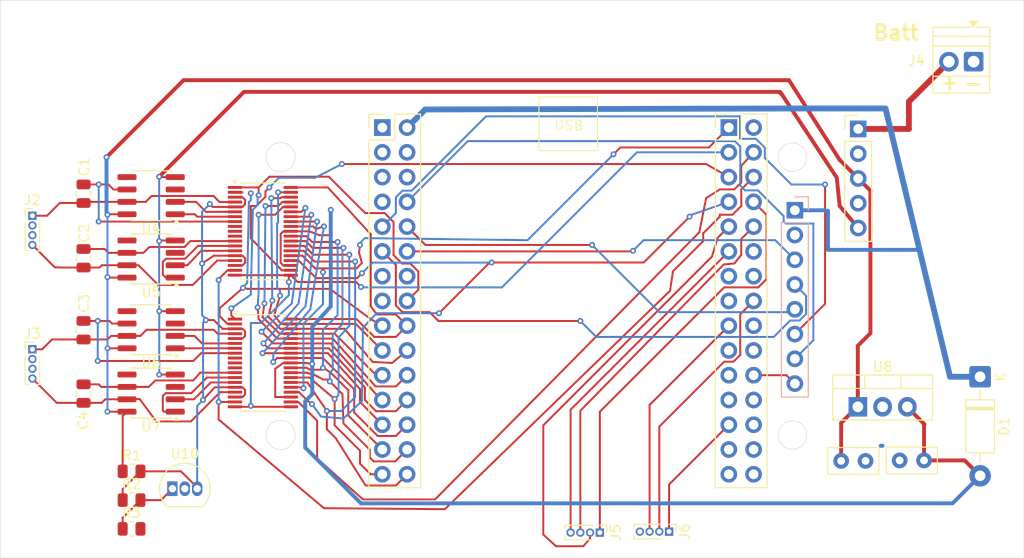
<source format=kicad_pcb>
(kicad_pcb (version 20241229) (generator "pcbnew") (generator_version "9.0")
  (layers (0 "F.Cu" signal) (2 "B.Cu" signal) (13 "F.Paste" user) (15 "B.Paste" user) (5 "F.SilkS" user "F.Silkscreen") (7 "B.SilkS" user "B.Silkscreen") (1 "F.Mask" user) (3 "B.Mask" user) (25 "Edge.Cuts" user))
  (net 0 "")
  (net 1 "GND")
  (net 2 "/SDA")
  (net 3 "/~{CS}")
  (net 4 "/RST")
  (net 5 "/SCK")
  (net 6 "/REG")
  (net 7 "/LED")
  (net 8 "/D8")
  (net 9 "/Ch3")
  (net 10 "/D13")
  (net 11 "/D14")
  (net 12 "Net-(U2-I_{OUT}A)")
  (net 13 "/D6")
  (net 14 "/D9")
  (net 15 "/D3")
  (net 16 "/D0")
  (net 17 "/D4")
  (net 18 "/U1")
  (net 19 "/Ch4")
  (net 20 "Net-(U2-I_{OUT}B)")
  (net 21 "/D2")
  (net 22 "/D11")
  (net 23 "/~{WR}")
  (net 24 "/A0")
  (net 25 "Net-(U1-I_{OUT}A)")
  (net 26 "/~{RS}")
  (net 27 "/Ch1")
  (net 28 "/Ch2")
  (net 29 "/D5")
  (net 30 "Net-(U1-I_{OUT}B)")
  (net 31 "Vref")
  (net 32 "/D12")
  (net 33 "Net-(U1-R_{COM}A)")
  (net 34 "Net-(U1-V_{REF}A)")
  (net 35 "Net-(U1-V_{REF}B)")
  (net 36 "Net-(U1-R_{COM}B)")
  (net 37 "/D15")
  (net 38 "/D10")
  (net 39 "/D7")
  (net 40 "/D1")
  (net 41 "Net-(U2-V_{REF}A)")
  (net 42 "Net-(U2-V_{REF}B)")
  (net 43 "Net-(U2-R_{COM}B)")
  (net 44 "Net-(U2-R_{COM}A)")
  (net 45 "-12V")
  (net 46 "+12V")
  (net 47 "+5V")
  (net 48 "/U2")
  (net 49 "/Btn3")
  (net 50 "/Btn2")
  (net 58 "/Btn1")
  (net 62 "/Btn4")
  (net 63 "/Pot1")
  (net 64 "/Pot2")
  (net 65 "+3.3V")
  (net 74 "+BATT")
  (net 76 "Net-(U10-REF)")
  (net 77 "/Vsys")
  (footprint "Connector_PinHeader_1.00mm:PinHeader_1x04_P1.00mm_Vertical" (layer "F.Cu") (at 144 124.4 -90)
    (property "Reference" "J5")
    (property "Value" "Conn_01x04_Pin" (hide yes))
  )
  (footprint "Package_SO:SOIC-8_3.9x4.9mm_P1.27mm" (layer "F.Cu") (at 97.975 103.595 180)
    (property "Reference" "U6")
    (property "Value" "OPA2277")
  )
  (footprint "Package_SO:TSSOP-38_4.4x9.7mm_P0.5mm" (layer "F.Cu") (at 109.4375 93.5)
    (property "Reference" "U2" (hide yes))
    (property "Value" "8BVG4" (hide yes))
  )
  (footprint "Capacitor_SMD:C_0805_2012Metric" (layer "F.Cu") (at 91.045 110.145 -90)
    (property "Reference" "C4")
    (property "Value" "10pf")
  )
  (footprint "Package_SO:SOIC-8_3.9x4.9mm_P1.27mm" (layer "F.Cu") (at 97.975 89.845 180)
    (property "Reference" "U4")
    (property "Value" "OPA2277")
  )
  (footprint "Package_TO_SOT_THT:TO-92_Inline" (layer "F.Cu") (at 100.16 119.9)
    (property "Reference" "U10")
    (property "Value" "TL431LP")
  )
  (footprint "Capacitor_SMD:C_0805_2012Metric" (layer "F.Cu") (at 91.045 103.645 -90)
    (property "Reference" "C3")
    (property "Value" "10pf")
  )
  (footprint "Diode_THT:D_DO-41_SOD81_P10.16mm_Horizontal" (layer "F.Cu") (at 183 108.42 -90)
    (property "Reference" "D1")
    (property "Value" "1N4001")
  )
  (footprint "Package_TO_SOT_THT:TO-220-3_Vertical" (layer "F.Cu") (at 170.46 111.5)
    (property "Reference" "U8")
    (property "Value" "LM7805")
  )
  (footprint "Package_SO:SOIC-8_3.9x4.9mm_P1.27mm" (layer "F.Cu") (at 97.975 110.095 180)
    (property "Reference" "U7")
    (property "Value" "OPA2277")
  )
  (footprint "Marc:+12-12PSU" (layer "F.Cu") (at 176.73 93.08 -90)
    (property "Reference" "U9" (hide yes))
    (property "Value" "Dual PSU")
  )
  (footprint "Resistor_SMD:R_0805_2012Metric" (layer "F.Cu") (at 95.97 124.02)
    (property "Reference" "R3")
    (property "Value" "1k")
  )
  (footprint "Capacitor_THT:C_Disc_D5.0mm_W2.5mm_P2.50mm" (layer "F.Cu") (at 168.75 117.05)
    (property "Reference" "C6" (hide yes))
    (property "Value" "0.47uF")
  )
  (footprint "TerminalBlock:TerminalBlock_Xinya_XY308-2.54-2P_1x02_P2.54mm_Horizontal" (layer "F.Cu") (at 182.34 76.1 180)
    (property "Reference" "J4")
    (property "Value" "Screw_Terminal_01x02" (hide yes))
  )
  (footprint "Marc:Rp2350b-WeAct" (layer "F.Cu") (at 140.752184 100.728885)
    (property "Reference" "U3" (hide yes))
    (property "Value" "RP2350B-WeAct")
  )
  (footprint "Connector_PinHeader_1.00mm:PinHeader_1x04_P1.00mm_Vertical" (layer "F.Cu") (at 85.8 105.6)
    (property "Reference" "J3")
    (property "Value" "Conn_01x04_Pin" (hide yes))
  )
  (footprint "Connector_PinHeader_1.00mm:PinHeader_1x04_P1.00mm_Vertical" (layer "F.Cu") (at 151.1 124.3 -90)
    (property "Reference" "J6")
    (property "Value" "Conn_01x04_Pin" (hide yes))
  )
  (footprint "Capacitor_THT:C_Disc_D5.0mm_W2.5mm_P2.50mm" (layer "F.Cu") (at 174.75 117)
    (property "Reference" "C5" (hide yes))
    (property "Value" "0.1uF")
  )
  (footprint "Package_SO:SOIC-8_3.9x4.9mm_P1.27mm" (layer "F.Cu") (at 97.975 96.345 180)
    (property "Reference" "U5")
    (property "Value" "OPA2277")
  )
  (footprint "Resistor_SMD:R_0805_2012Metric" (layer "F.Cu") (at 95.97 121.07)
    (property "Reference" "R2")
    (property "Value" "3k")
  )
  (footprint "Capacitor_SMD:C_0805_2012Metric" (layer "F.Cu") (at 91.045 89.645 -90)
    (property "Reference" "C1")
    (property "Value" "10pf")
  )
  (footprint "Resistor_SMD:R_0805_2012Metric" (layer "F.Cu") (at 95.97 118.12)
    (property "Reference" "R1")
    (property "Value" "100")
  )
  (footprint "Package_SO:TSSOP-38_4.4x9.7mm_P0.5mm" (layer "F.Cu") (at 109.4375 107)
    (property "Reference" "U1" (hide yes))
    (property "Value" "8BVG4" (hide yes))
  )
  (footprint "Capacitor_SMD:C_0805_2012Metric" (layer "F.Cu") (at 91.045 96.265 -90)
    (property "Reference" "C2")
    (property "Value" "10pf")
  )
  (footprint "Connector_PinHeader_1.00mm:PinHeader_1x04_P1.00mm_Vertical" (layer "F.Cu") (at 85.8 91.9)
    (property "Reference" "J2")
    (property "Value" "Conn_01x04_Pin" (hide yes))
  )
  (footprint "Marc:ST7735" (layer "B.Cu") (at 137 100.89 180)
    (property "Reference" "J1" (hide yes))
    (property "Value" "TFT ST7735")
    (fp_circle (center 25.75 15) (end 27.25 15) (stroke (width 0.05)) (fill no) (layer "Edge.Cuts"))
    (fp_circle (center 25.75 -13.5) (end 27.25 -13.5) (stroke (width 0.05)) (fill no) (layer "Edge.Cuts"))
    (fp_circle (center -26.75 15) (end -25.5 14.25) (stroke (width 0.05)) (fill no) (layer "Edge.Cuts"))
    (fp_circle (center -26.75 -13.5) (end -25.5 -14.25) (stroke (width 0.05)) (fill no) (layer "Edge.Cuts"))
  )
  (gr_rect (start 82.5 69.8) (end 187.5 127) (stroke (width 0.05)) (fill no) (layer "Edge.Cuts"))
  (gr_text "Batt" (at 171.9 74 0) (layer "F.SilkS") (effects (font (size 1.5 1.5) (thickness 0.3) (bold yes)) (justify left bottom)))
  (gr_text "-" (at 183.4 79.2 0) (layer "F.SilkS") (effects (font (size 1.5 1.5) (thickness 0.3) (bold yes)) (justify left bottom mirror)))
  (gr_text "+" (at 181 79.1 0) (layer "F.SilkS") (effects (font (size 1.5 1.5) (thickness 0.3) (bold yes)) (justify left bottom mirror)))
  (segment (start 173 115.5) (end 172.8 115.5) (width 0.4) (layer "B.Cu") (net 1))
  (segment (start 174.7 117.05) (end 174.75 117) (width 0.4) (layer "B.Cu") (net 1))
  (segment (start 167.1 88.7) (end 167.1 100.94) (width 0.2) (layer "F.Cu") (net 2))
  (segment (start 167.1 100.94) (end 164 104.04) (width 0.2) (layer "F.Cu") (net 2))
  (via (at 167.1 88.7) (size 0.6) (drill 0.3) (layers "F.Cu" "B.Cu") (net 2))
  (segment (start 160.921 85.972494) (end 163.648506 88.7) (width 0.2) (layer "B.Cu") (net 2))
  (segment (start 158.381 81.709) (end 158.381 84.011) (width 0.2) (layer "B.Cu") (net 2))
  (segment (start 123.079 90.00324) (end 123.75324 89.329) (width 0.2) (layer "B.Cu") (net 2))
  (segment (start 160.921 84.92324) (end 160.921 85.972494) (width 0.2) (layer "B.Cu") (net 2))
  (segment (start 123.75324 89.329) (end 124.70676 89.329) (width 0.2) (layer "B.Cu") (net 2))
  (segment (start 123.079 91.631) (end 123.079 90.00324) (width 0.2) (layer "B.Cu") (net 2))
  (segment (start 132.32676 81.709) (end 158.381 81.709) (width 0.2) (layer "B.Cu") (net 2))
  (segment (start 163.648506 88.7) (end 167.1 88.7) (width 0.2) (layer "B.Cu") (net 2))
  (segment (start 160.00876 84.011) (end 160.921 84.92324) (width 0.2) (layer "B.Cu") (net 2))
  (segment (start 121.69 93.02) (end 123.079 91.631) (width 0.2) (layer "B.Cu") (net 2))
  (segment (start 124.70676 89.329) (end 132.32676 81.709) (width 0.2) (layer "B.Cu") (net 2))
  (segment (start 158.381 84.011) (end 160.00876 84.011) (width 0.2) (layer "B.Cu") (net 2))
  (segment (start 147.34 95.56) (end 147.4 95.5) (width 0.2) (layer "F.Cu") (net 3))
  (segment (start 124.23 95.56) (end 147.34 95.56) (width 0.2) (layer "F.Cu") (net 3))
  (via (at 147.4 95.5) (size 0.6) (drill 0.3) (layers "F.Cu" "B.Cu") (net 3))
  (segment (start 148.491 94.409) (end 161.989 94.409) (width 0.2) (layer "B.Cu") (net 3))
  (segment (start 161.989 94.409) (end 164 96.42) (width 0.2) (layer "B.Cu") (net 3))
  (segment (start 147.4 95.5) (end 148.491 94.409) (width 0.2) (layer "B.Cu") (net 3))
  (segment (start 121.69 95.56) (end 123.079 96.949) (width 0.2) (layer "F.Cu") (net 4))
  (segment (start 123.75324 101.791) (end 126.541057 101.791) (width 0.2) (layer "F.Cu") (net 4))
  (segment (start 123.079 101.11676) (end 123.75324 101.791) (width 0.2) (layer "F.Cu") (net 4))
  (segment (start 126.541057 101.791) (end 127.450057 102.7) (width 0.2) (layer "F.Cu") (net 4))
  (segment (start 127.450057 102.7) (end 142 102.7) (width 0.2) (layer "F.Cu") (net 4))
  (segment (start 123.079 96.949) (end 123.079 101.11676) (width 0.2) (layer "F.Cu") (net 4))
  (via (at 142 102.7) (size 0.6) (drill 0.3) (layers "F.Cu" "B.Cu") (net 4))
  (segment (start 165.151 101.97676) (end 165.151 100.111) (width 0.2) (layer "B.Cu") (net 4))
  (segment (start 164.47676 102.651) (end 165.151 101.97676) (width 0.2) (layer "B.Cu") (net 4))
  (segment (start 161.84324 104.331) (end 163.52324 102.651) (width 0.2) (layer "B.Cu") (net 4))
  (segment (start 142 102.7) (end 143.631 104.331) (width 0.2) (layer "B.Cu") (net 4))
  (segment (start 163.52324 102.651) (end 164.47676 102.651) (width 0.2) (layer "B.Cu") (net 4))
  (segment (start 165.151 100.111) (end 164 98.96) (width 0.2) (layer "B.Cu") (net 4))
  (segment (start 143.631 104.331) (end 161.84324 104.331) (width 0.2) (layer "B.Cu") (net 4))
  (segment (start 165.9 104.68) (end 164 106.58) (width 0.2) (layer "B.Cu") (net 5))
  (segment (start 163.058 92.7) (end 165.9 92.7) (width 0.2) (layer "B.Cu") (net 5))
  (segment (start 158.4 84.8) (end 158.4 88.8) (width 0.2) (layer "B.Cu") (net 5))
  (segment (start 124.23 90.48) (end 130.461 84.249) (width 0.2) (layer "B.Cu") (net 5))
  (segment (start 160.21776 89.3) (end 162.849 91.93124) (width 0.2) (layer "B.Cu") (net 5))
  (segment (start 130.461 84.249) (end 157.849 84.249) (width 0.2) (layer "B.Cu") (net 5))
  (segment (start 157.849 84.249) (end 158.4 84.8) (width 0.2) (layer "B.Cu") (net 5))
  (segment (start 158.9 89.3) (end 160.21776 89.3) (width 0.2) (layer "B.Cu") (net 5))
  (segment (start 162.849 91.93124) (end 162.849 92.491) (width 0.2) (layer "B.Cu") (net 5))
  (segment (start 158.4 88.8) (end 158.9 89.3) (width 0.2) (layer "B.Cu") (net 5))
  (segment (start 165.9 92.7) (end 165.9 104.68) (width 0.2) (layer "B.Cu") (net 5))
  (segment (start 162.849 92.491) (end 163.058 92.7) (width 0.2) (layer "B.Cu") (net 5))
  (segment (start 143.2 94.9) (end 126.11 94.9) (width 0.2) (layer "F.Cu") (net 6))
  (segment (start 126.11 94.9) (end 124.23 93.02) (width 0.2) (layer "F.Cu") (net 6))
  (via (at 143.2 94.9) (size 0.6) (drill 0.3) (layers "F.Cu" "B.Cu") (net 6))
  (segment (start 143.2 94.9) (end 150.091 101.791) (width 0.2) (layer "B.Cu") (net 6))
  (segment (start 150.091 101.791) (end 163.709 101.791) (width 0.2) (layer "B.Cu") (net 6))
  (segment (start 163.709 101.791) (end 164 101.5) (width 0.2) (layer "B.Cu") (net 6))
  (segment (start 164 109.12) (end 163.14 108.26) (width 0.2) (layer "F.Cu") (net 7))
  (segment (start 163.14 108.26) (end 159.77 108.26) (width 0.2) (layer "F.Cu") (net 7))
  (segment (start 112.3 105.5) (end 116.2 105.5) (width 0.2) (layer "F.Cu") (net 8))
  (segment (start 124.23 110.8) (end 123.079 111.951) (width 0.2) (layer "F.Cu") (net 8))
  (segment (start 114.4 91.8) (end 114.2 92) (width 0.2) (layer "F.Cu") (net 8))
  (segment (start 121.051 111.951) (end 119.9 110.8) (width 0.2) (layer "F.Cu") (net 8))
  (segment (start 119.9 110.8) (end 119.9 109.528051) (width 0.2) (layer "F.Cu") (net 8))
  (segment (start 123.079 111.951) (end 121.051 111.951) (width 0.2) (layer "F.Cu") (net 8))
  (segment (start 119.698144 109.301655) (end 116.2 105.5) (width 0.2) (layer "F.Cu") (net 8))
  (segment (start 119.9 109.528051) (end 119.698144 109.301655) (width 0.2) (layer "F.Cu") (net 8))
  (segment (start 112.3 105.5) (end 110 105.5) (width 0.2) (layer "F.Cu") (net 8))
  (segment (start 114.2 92) (end 112.3 92) (width 0.2) (layer "F.Cu") (net 8))
  (segment (start 110 105.5) (end 109.5 105) (width 0.2) (layer "F.Cu") (net 8))
  (via (at 114.4 91.8) (size 0.6) (drill 0.3) (layers "F.Cu" "B.Cu") (net 8))
  (via (at 109.5 105) (size 0.6) (drill 0.3) (layers "F.Cu" "B.Cu") (net 8))
  (segment (start 113.1 100.9) (end 109.5 105) (width 0.2) (layer "B.Cu") (net 8))
  (segment (start 114.4 91.8) (end 113.1 100.9) (width 0.2) (layer "B.Cu") (net 8))
  (segment (start 91.16 90.48) (end 91.045 90.595) (width 0.2) (layer "F.Cu") (net 9))
  (segment (start 95.5 90.48) (end 91.16 90.48) (width 0.2) (layer "F.Cu") (net 9))
  (segment (start 87.3 91.9) (end 88.605 90.595) (width 0.2) (layer "F.Cu") (net 9))
  (segment (start 85.8 91.9) (end 87.3 91.9) (width 0.2) (layer "F.Cu") (net 9))
  (segment (start 88.605 90.595) (end 91.045 90.595) (width 0.2) (layer "F.Cu") (net 9))
  (segment (start 105 90.5) (end 106.575 90.5) (width 0.2) (layer "F.Cu") (net 9))
  (segment (start 104.379 89.879) (end 105 90.5) (width 0.2) (layer "F.Cu") (net 9))
  (segment (start 98.021 89.879) (end 104.379 89.879) (width 0.2) (layer "F.Cu") (net 9))
  (segment (start 97.42 90.48) (end 98.021 89.879) (width 0.2) (layer "F.Cu") (net 9))
  (segment (start 95.5 90.48) (end 97.42 90.48) (width 0.2) (layer "F.Cu") (net 9))
  (segment (start 119.4 116) (end 116.8 113.4) (width 0.2) (layer "F.Cu") (net 10))
  (segment (start 121.69 118.42) (end 120.487919 118.42) (width 0.2) (layer "F.Cu") (net 10))
  (segment (start 119.4 117.332081) (end 119.4 116) (width 0.2) (layer "F.Cu") (net 10))
  (segment (start 113.7 95) (end 112.3 95) (width 0.2) (layer "F.Cu") (net 10))
  (segment (start 114.6 95.9) (end 113.7 95) (width 0.2) (layer "F.Cu") (net 10))
  (segment (start 118.5 95.9) (end 114.6 95.9) (width 0.2) (layer "F.Cu") (net 10))
  (segment (start 120.487919 118.42) (end 119.4 117.332081) (width 0.2) (layer "F.Cu") (net 10))
  (segment (start 114.2 108.5) (end 112.3 108.5) (width 0.2) (layer "F.Cu") (net 10))
  (segment (start 116.8 110.7) (end 114.2 108.5) (width 0.2) (layer "F.Cu") (net 10))
  (segment (start 116.8 113.4) (end 116.8 110.7) (width 0.2) (layer "F.Cu") (net 10))
  (via (at 116.8 110.7) (size 0.6) (drill 0.3) (layers "F.Cu" "B.Cu") (net 10))
  (via (at 118.3 95.9) (size 0.6) (drill 0.3) (layers "F.Cu" "B.Cu") (net 10))
  (segment (start 118.3 103.2) (end 117.2 104.4) (width 0.2) (layer "B.Cu") (net 10))
  (segment (start 118.3 95.9) (end 118.3 103.2) (width 0.2) (layer "B.Cu") (net 10))
  (segment (start 117.2 104.4) (end 117.2 110.3) (width 0.2) (layer "B.Cu") (net 10))
  (segment (start 117.2 110.3) (end 116.8 110.7) (width 0.2) (layer "B.Cu") (net 10))
  (segment (start 113.6329 95.5) (end 114.7329 96.6) (width 0.2) (layer "F.Cu") (net 11))
  (segment (start 116.9 114.7) (end 116 113.8) (width 0.2) (layer "F.Cu") (net 11))
  (segment (start 116 111.928676) (end 114 109) (width 0.2) (layer "F.Cu") (net 11))
  (segment (start 119.971 119.571) (end 123.079 119.571) (width 0.2) (layer "F.Cu") (net 11))
  (segment (start 114 109) (end 112.3 109) (width 0.2) (layer "F.Cu") (net 11))
  (segment (start 114.7329 96.6) (end 119.1 96.6) (width 0.2) (layer "F.Cu") (net 11))
  (segment (start 116.9 114.7) (end 119.971 119.571) (width 0.2) (layer "F.Cu") (net 11))
  (segment (start 112.3 95.5) (end 113.6329 95.5) (width 0.2) (layer "F.Cu") (net 11))
  (segment (start 123.079 119.571) (end 124.23 118.42) (width 0.2) (layer "F.Cu") (net 11))
  (segment (start 116 113.8) (end 116 111.928676) (width 0.2) (layer "F.Cu") (net 11))
  (via (at 116 111.928676) (size 0.6) (drill 0.3) (layers "F.Cu" "B.Cu") (net 11))
  (via (at 118.9 96.6) (size 0.6) (drill 0.3) (layers "F.Cu" "B.Cu") (net 11))
  (segment (start 117.471324 111.928676) (end 116 111.928676) (width 0.2) (layer "B.Cu") (net 11))
  (segment (start 118.9 110.5) (end 118.9 96.6) (width 0.2) (layer "B.Cu") (net 11))
  (segment (start 118.9 110.5) (end 117.471324 111.928676) (width 0.2) (layer "B.Cu") (net 11))
  (segment (start 106.575 92.5) (end 92.6 92.5) (width 0.2) (layer "F.Cu") (net 12))
  (segment (start 94.11 89.21) (end 93.595 88.695) (width 0.2) (layer "F.Cu") (net 12))
  (segment (start 93.595 88.695) (end 92.6 88.695) (width 0.2) (layer "F.Cu") (net 12))
  (segment (start 95.5 89.21) (end 94.11 89.21) (width 0.2) (layer "F.Cu") (net 12))
  (segment (start 92.6 88.695) (end 91.045 88.695) (width 0.2) (layer "F.Cu") (net 12))
  (via (at 92.6 88.695) (size 0.6) (drill 0.3) (layers "F.Cu" "B.Cu") (net 12))
  (via (at 92.6 92.5) (size 0.6) (drill 0.3) (layers "F.Cu" "B.Cu") (net 12))
  (segment (start 92.6 92.5) (end 92.6 88.695) (width 0.2) (layer "B.Cu") (net 12))
  (segment (start 109 91.8) (end 110.7 91.8) (width 0.2) (layer "F.Cu") (net 13))
  (segment (start 109 102.5) (end 110.9 104.5) (width 0.2) (layer "F.Cu") (net 13))
  (segment (start 108.9 101.3) (end 109 102.5) (width 0.2) (layer "F.Cu") (net 13))
  (segment (start 110.7 91.8) (end 111.5 91) (width 0.2) (layer "F.Cu") (net 13))
  (segment (start 111.5 91) (end 112.3 91) (width 0.2) (layer "F.Cu") (net 13))
  (segment (start 116.6 104.5) (end 112.3 104.5) (width 0.2) (layer "F.Cu") (net 13))
  (segment (start 110.9 104.5) (end 112.3 104.5) (width 0.2) (layer "F.Cu") (net 13))
  (segment (start 123.079 109.411) (end 121 109.411) (width 0.2) (layer "F.Cu") (net 13))
  (segment (start 124.23 108.26) (end 123.079 109.411) (width 0.2) (layer "F.Cu") (net 13))
  (segment (start 121 109.411) (end 116.6 104.5) (width 0.2) (layer "F.Cu") (net 13))
  (via (at 109 91.8) (size 0.6) (drill 0.3) (layers "F.Cu" "B.Cu") (net 13))
  (via (at 108.9 101.3) (size 0.6) (drill 0.3) (layers "F.Cu" "B.Cu") (net 13))
  (segment (start 108.9 101.3) (end 109 99.8) (width 0.2) (layer "B.Cu") (net 13))
  (segment (start 109 99.8) (end 109 91.8) (width 0.2) (layer "B.Cu") (net 13))
  (segment (start 119.4 109.7) (end 116.1 106) (width 0.2) (layer "F.Cu") (net 14))
  (segment (start 112.302 92.502) (end 112.3 92.5) (width 0.2) (layer "F.Cu") (net 14))
  (segment (start 119.4 111) (end 119.4 109.7) (width 0.2) (layer "F.Cu") (net 14))
  (segment (start 116.1 106) (end 112.3 106) (width 0.2) (layer "F.Cu") (net 14))
  (segment (start 115 92.502) (end 112.302 92.502) (width 0.2) (layer "F.Cu") (net 14))
  (segment (start 121.69 113.34) (end 119.4 111) (width 0.2) (layer "F.Cu") (net 14))
  (segment (start 109.4 106) (end 112.3 106) (width 0.2) (layer "F.Cu") (net 14))
  (via (at 115 92.502) (size 0.6) (drill 0.3) (layers "F.Cu" "B.Cu") (net 14))
  (via (at 109.4 106) (size 0.6) (drill 0.3) (layers "F.Cu" "B.Cu") (net 14))
  (segment (start 113.8 101.2) (end 109.4 106) (width 0.2) (layer "B.Cu") (net 14))
  (segment (start 115 92.502) (end 113.8 101.2) (width 0.2) (layer "B.Cu") (net 14))
  (segment (start 121.6858 105.72) (end 121.69 105.72) (width 0.2) (layer "F.Cu") (net 15))
  (segment (start 118.9658 103) (end 121.6858 105.72) (width 0.2) (layer "F.Cu") (net 15))
  (segment (start 112.3 89.5) (end 111 89.5) (width 0.2) (layer "F.Cu") (net 15))
  (segment (start 112.3 103) (end 118.9658 103) (width 0.2) (layer "F.Cu") (net 15))
  (segment (start 111.2 100.1) (end 110.6 102.1) (width 0.2) (layer "F.Cu") (net 15))
  (segment (start 111.3 103) (end 112.3 103) (width 0.2) (layer "F.Cu") (net 15))
  (segment (start 110.6 102.1) (end 111.3 103) (width 0.2) (layer "F.Cu") (net 15))
  (via (at 111 89.5) (size 0.6) (drill 0.3) (layers "F.Cu" "B.Cu") (net 15))
  (via (at 111.2 100.1) (size 0.6) (drill 0.3) (layers "F.Cu" "B.Cu") (net 15))
  (segment (start 111 92.6) (end 111 89.5) (width 0.2) (layer "B.Cu") (net 15))
  (segment (start 111.2 99.6) (end 110.9 99.3) (width 0.2) (layer "B.Cu") (net 15))
  (segment (start 110.9 92.7) (end 111 92.6) (width 0.2) (layer "B.Cu") (net 15))
  (segment (start 110.9 99.3) (end 110.9 92.7) (width 0.2) (layer "B.Cu") (net 15))
  (segment (start 111.2 100.1) (end 111.2 99.6) (width 0.2) (layer "B.Cu") (net 15))
  (segment (start 122.841 95.941) (end 123.7 96.8) (width 0.2) (layer "F.Cu") (net 16))
  (segment (start 125.381 99.489) (end 124.23 100.64) (width 0.2) (layer "F.Cu") (net 16))
  (segment (start 108.6 89) (end 106.575 89) (width 0.2) (layer "F.Cu") (net 16))
  (segment (start 108.6 89) (end 109 89) (width 0.2) (layer "F.Cu") (net 16))
  (segment (start 106.575 102.5) (end 106.2 102.125) (width 0.2) (layer "F.Cu") (net 16))
  (segment (start 106.2 102.125) (end 106.2 101.4) (width 0.2) (layer "F.Cu") (net 16))
  (segment (start 116.2 87.9) (end 119.931 91.631) (width 0.2) (layer "F.Cu") (net 16))
  (segment (start 119.931 91.631) (end 121.931 91.631) (width 0.2) (layer "F.Cu") (net 16))
  (segment (start 121.931 91.631) (end 122.841 92.541) (width 0.2) (layer "F.Cu") (net 16))
  (segment (start 109 89) (end 109 89.8) (width 0.2) (layer "F.Cu") (net 16))
  (segment (start 122.841 92.541) (end 122.841 95.941) (width 0.2) (layer "F.Cu") (net 16))
  (segment (start 109 89) (end 110.1 87.9) (width 0.2) (layer "F.Cu") (net 16))
  (segment (start 110.1 87.9) (end 116.2 87.9) (width 0.2) (layer "F.Cu") (net 16))
  (segment (start 125.381 97.62324) (end 125.381 99.489) (width 0.2) (layer "F.Cu") (net 16))
  (segment (start 123.7 96.8) (end 124.55776 96.8) (width 0.2) (layer "F.Cu") (net 16))
  (segment (start 124.55776 96.8) (end 125.381 97.62324) (width 0.2) (layer "F.Cu") (net 16))
  (via (at 106.2 101.4) (size 0.6) (drill 0.3) (layers "F.Cu" "B.Cu") (net 16))
  (via (at 109 89.8) (size 0.6) (drill 0.3) (layers "F.Cu" "B.Cu") (net 16))
  (segment (start 108.4 91.7) (end 108.2 100) (width 0.2) (layer "B.Cu") (net 16))
  (segment (start 108.4 91.3) (end 108.9 90.8) (width 0.2) (layer "B.Cu") (net 16))
  (segment (start 108.9 89.9) (end 109 89.8) (width 0.2) (layer "B.Cu") (net 16))
  (segment (start 108.9 90.8) (end 108.9 89.9) (width 0.2) (layer "B.Cu") (net 16))
  (segment (start 108.4 91.7) (end 108.4 91.3) (width 0.2) (layer "B.Cu") (net 16))
  (segment (start 108.2 100) (end 106.2 101.4) (width 0.2) (layer "B.Cu") (net 16))
  (segment (start 110.3 90.1) (end 111.249943 90.1) (width 0.2) (layer "F.Cu") (net 17))
  (segment (start 124.23 105.72) (end 122.7 107) (width 0.2) (layer "F.Cu") (net 17))
  (segment (start 111.349943 90) (end 112.3 90) (width 0.2) (layer "F.Cu") (net 17))
  (segment (start 122.7 107) (end 120.7 106.9) (width 0.2) (layer "F.Cu") (net 17))
  (segment (start 110 102.2671) (end 111.2329 103.5) (width 0.2) (layer "F.Cu") (net 17))
  (segment (start 111.2329 103.5) (end 112.3 103.5) (width 0.2) (layer "F.Cu") (net 17))
  (segment (start 120.7 106.9) (end 117.8 103.5) (width 0.2) (layer "F.Cu") (net 17))
  (segment (start 117.8 103.5) (end 112.3 103.5) (width 0.2) (layer "F.Cu") (net 17))
  (segment (start 111.249943 90.1) (end 111.349943 90) (width 0.2) (layer "F.Cu") (net 17))
  (segment (start 110.4 100.6) (end 110 102.2671) (width 0.2) (layer "F.Cu") (net 17))
  (via (at 110.3 90.1) (size 0.6) (drill 0.3) (layers "F.Cu" "B.Cu") (net 17))
  (via (at 110.4 100.6) (size 0.6) (drill 0.3) (layers "F.Cu" "B.Cu") (net 17))
  (segment (start 110.3 90.1) (end 110.4 100.6) (width 0.2) (layer "B.Cu") (net 17))
  (segment (start 158.5 86.8) (end 159.77 85.4) (width 0.2) (layer "F.Cu") (net 18))
  (segment (start 115 112.928676) (end 115 116.8) (width 0.2) (layer "F.Cu") (net 18))
  (segment (start 158.5 88.5) (end 158.5 86.8) (width 0.2) (layer "F.Cu") (net 18))
  (segment (start 154.2 93.6) (end 154.9 90.1) (width 0.2) (layer "F.Cu") (net 18))
  (segment (start 154.9 90.1) (end 156.3 89.2) (width 0.2) (layer "F.Cu") (net 18))
  (segment (start 115 116.8) (end 119.7 121) (width 0.2) (layer "F.Cu") (net 18))
  (segment (start 156.3 89.2) (end 157.8 89.2) (width 0.2) (layer "F.Cu") (net 18))
  (segment (start 119.7 121) (end 127.1 121) (width 0.2) (layer "F.Cu") (net 18))
  (segment (start 113.071324 111) (end 115 112.928676) (width 0.2) (layer "F.Cu") (net 18))
  (segment (start 112.3 111) (end 113.071324 111) (width 0.2) (layer "F.Cu") (net 18))
  (segment (start 127.1 121) (end 154.2 93.6) (width 0.2) (layer "F.Cu") (net 18))
  (segment (start 157.8 89.2) (end 158.5 88.5) (width 0.2) (layer "F.Cu") (net 18))
  (segment (start 102.249943 99) (end 98.7 99) (width 0.2) (layer "F.Cu") (net 19))
  (segment (start 95.5 96.98) (end 92.92 96.98) (width 0.2) (layer "F.Cu") (net 19))
  (segment (start 106.575 96.5) (end 104.749943 96.5) (width 0.2) (layer "F.Cu") (net 19))
  (segment (start 96.68 96.98) (end 95.5 96.98) (width 0.2) (layer "F.Cu") (net 19))
  (segment (start 85.8 94.9) (end 88.1 97.2) (width 0.2) (layer "F.Cu") (net 19))
  (segment (start 92.685 97.215) (end 91.045 97.215) (width 0.2) (layer "F.Cu") (net 19))
  (segment (start 104.749943 96.5) (end 102.249943 99) (width 0.2) (layer "F.Cu") (net 19))
  (segment (start 92.92 96.98) (end 92.685 97.215) (width 0.2) (layer "F.Cu") (net 19))
  (segment (start 98.7 99) (end 96.68 96.98) (width 0.2) (layer "F.Cu") (net 19))
  (segment (start 88.1 97.2) (end 88.7 97.2) (width 0.2) (layer "F.Cu") (net 19))
  (segment (start 88.715 97.215) (end 91.045 97.215) (width 0.2) (layer "F.Cu") (net 19))
  (segment (start 88.7 97.2) (end 88.715 97.215) (width 0.2) (layer "F.Cu") (net 19))
  (segment (start 93.215 95.315) (end 91.045 95.315) (width 0.2) (layer "F.Cu") (net 20))
  (segment (start 102.006968 94.5) (end 101.397968 95.109) (width 0.2) (layer "F.Cu") (net 20))
  (segment (start 93.61 95.71) (end 93.215 95.315) (width 0.2) (layer "F.Cu") (net 20))
  (segment (start 101.397968 95.109) (end 97.791 95.109) (width 0.2) (layer "F.Cu") (net 20))
  (segment (start 106.575 94.5) (end 102.006968 94.5) (width 0.2) (layer "F.Cu") (net 20))
  (segment (start 97.19 95.71) (end 95.5 95.71) (width 0.2) (layer "F.Cu") (net 20))
  (segment (start 97.791 95.109) (end 97.19 95.71) (width 0.2) (layer "F.Cu") (net 20))
  (segment (start 95.5 95.71) (end 93.61 95.71) (width 0.2) (layer "F.Cu") (net 20))
  (segment (start 116.1 89) (end 120.5 93.8) (width 0.2) (layer "F.Cu") (net 21))
  (segment (start 119.0329 102.5) (end 120.8639 104.331) (width 0.2) (layer "F.Cu") (net 21))
  (segment (start 121.129 102.029) (end 123.079 102.029) (width 0.2) (layer "F.Cu") (net 21))
  (segment (start 120.8639 104.331) (end 123.079 104.331) (width 0.2) (layer "F.Cu") (net 21))
  (segment (start 120.5 101.2) (end 121.129 102.029) (width 0.2) (layer "F.Cu") (net 21))
  (segment (start 123.079 102.029) (end 124.23 103.18) (width 0.2) (layer "F.Cu") (net 21))
  (segment (start 123.079 104.331) (end 124.23 103.18) (width 0.2) (layer "F.Cu") (net 21))
  (segment (start 112.3 102.5) (end 119.0329 102.5) (width 0.2) (layer "F.Cu") (net 21))
  (segment (start 120.5 93.8) (end 120.5 101.2) (width 0.2) (layer "F.Cu") (net 21))
  (segment (start 112.3 89) (end 116.1 89) (width 0.2) (layer "F.Cu") (net 21))
  (segment (start 113.9 94) (end 112.3 94) (width 0.2) (layer "F.Cu") (net 22))
  (segment (start 118.2 109.8) (end 118.2 112.39) (width 0.2) (layer "F.Cu") (net 22))
  (segment (start 115.6 107.5) (end 116.370175 107.970175) (width 0.2) (layer "F.Cu") (net 22))
  (segment (start 115.4 107.7) (end 115.6 107.5) (width 0.2) (layer "F.Cu") (net 22))
  (segment (start 118.2 112.39) (end 121.69 115.88) (width 0.2) (layer "F.Cu") (net 22))
  (segment (start 117.1 94.6) (end 114.5 94.6) (width 0.2) (layer "F.Cu") (net 22))
  (segment (start 114.3 107.7) (end 115.4 107.7) (width 0.2) (layer "F.Cu") (net 22))
  (segment (start 113.916724 107.5) (end 114.3 107.7) (width 0.2) (layer "F.Cu") (net 22))
  (segment (start 116.370175 107.970175) (end 118.2 109.8) (width 0.2) (layer "F.Cu") (net 22))
  (segment (start 112.3 107.5) (end 113.916724 107.5) (width 0.2) (layer "F.Cu") (net 22))
  (segment (start 114.5 94.6) (end 113.9 94) (width 0.2) (layer "F.Cu") (net 22))
  (via (at 117.1 94.6) (size 0.6) (drill 0.3) (layers "F.Cu" "B.Cu") (net 22))
  (via (at 115.6 107.5) (size 0.6) (drill 0.3) (layers "F.Cu" "B.Cu") (net 22))
  (segment (start 117.1 102.1) (end 115.6 103.6) (width 0.2) (layer "B.Cu") (net 22))
  (segment (start 115.6 103.6) (end 115.6 107.5) (width 0.2) (layer "B.Cu") (net 22))
  (segment (start 117.1 94.6) (end 117.1 102.1) (width 0.2) (layer "B.Cu") (net 22))
  (segment (start 104.9 112.8) (end 115.703676 121.9) (width 0.2) (layer "F.Cu") (net 23))
  (segment (start 151.5 97.6) (end 154.6 94.5) (width 0.2) (layer "F.Cu") (net 23))
  (segment (start 154.6 93.7) (end 156.3 92) (width 0.2) (layer "F.Cu") (net 23))
  (segment (start 105.803676 97.5) (end 104.9 98.403676) (width 0.2) (layer "F.Cu") (net 23))
  (segment (start 128.1 122) (end 151.2 99.6) (width 0.2) (layer "F.Cu") (net 23))
  (segment (start 156.3 92) (end 156.3 91.8) (width 0.2) (layer "F.Cu") (net 23))
  (segment (start 154.6 94.5) (end 154.6 93.7) (width 0.2) (layer "F.Cu") (net 23))
  (segment (start 104.9 111) (end 104.9 112.8) (width 0.2) (layer "F.Cu") (net 23))
  (segment (start 104.9 98.403676) (end 104.9 98.5) (width 0.2) (layer "F.Cu") (net 23))
  (segment (start 158.505 89.205) (end 159.77 87.94) (width 0.2) (layer "F.Cu") (net 23))
  (segment (start 115.703676 121.9) (end 128.1 122) (width 0.2) (layer "F.Cu") (net 23))
  (segment (start 106.575 111) (end 104.9 111) (width 0.2) (layer "F.Cu") (net 23))
  (segment (start 151.2 99.6) (end 151.5 97.6) (width 0.2) (layer "F.Cu") (net 23))
  (segment (start 158.505 90.895) (end 158.505 89.205) (width 0.2) (layer "F.Cu") (net 23))
  (segment (start 156.3 91.8) (end 157.6 91.8) (width 0.2) (layer "F.Cu") (net 23))
  (segment (start 157.6 91.8) (end 158.505 90.895) (width 0.2) (layer "F.Cu") (net 23))
  (segment (start 106.575 97.5) (end 105.803676 97.5) (width 0.2) (layer "F.Cu") (net 23))
  (via (at 104.9 111) (size 0.6) (drill 0.3) (layers "F.Cu" "B.Cu") (net 23))
  (via (at 104.9 98.5) (size 0.6) (drill 0.3) (layers "F.Cu" "B.Cu") (net 23))
  (segment (start 104.9 98.5) (end 104.9 111) (width 0.2) (layer "B.Cu") (net 23))
  (segment (start 119.001 98.701) (end 119.5 99.2) (width 0.2) (layer "F.Cu") (net 24))
  (segment (start 106.575 111.5) (end 112.3 111.5) (width 0.2) (layer "F.Cu") (net 24))
  (segment (start 106.575 98) (end 112.3 98) (width 0.2) (layer "F.Cu") (net 24))
  (segment (start 112.3 98) (end 112.1 98.2) (width 0.2) (layer "F.Cu") (net 24))
  (segment (start 112.1 98.2) (end 112.1 98.7) (width 0.2) (layer "F.Cu") (net 24))
  (segment (start 113.001 98.701) (end 119.001 98.701) (width 0.2) (layer "F.Cu") (net 24))
  (segment (start 112.3 98) (end 113.001 98.701) (width 0.2) (layer "F.Cu") (net 24))
  (via (at 112.1 98.7) (size 0.6) (drill 0.3) (layers "F.Cu" "B.Cu") (net 24))
  (via (at 119.5 99.2) (size 0.6) (drill 0.3) (layers "F.Cu" "B.Cu") (net 24))
  (via (at 108.2 111.4) (size 0.6) (drill 0.3) (layers "F.Cu" "B.Cu") (net 24))
  (segment (start 147.8 85.4) (end 157.23 85.4) (width 0.2) (layer "B.Cu") (net 24))
  (segment (start 108.2 102.9) (end 108.2 111.4) (width 0.2) (layer "B.Cu") (net 24))
  (segment (start 119.5 99.2) (end 119.551 99.251) (width 0.2) (layer "B.Cu") (net 24))
  (segment (start 133.949 99.251) (end 147.8 85.4) (width 0.2) (layer "B.Cu") (net 24))
  (segment (start 112.1 100.049943) (end 109.249943 102.9) (width 0.2) (layer "B.Cu") (net 24))
  (segment (start 119.551 99.251) (end 133.949 99.251) (width 0.2) (layer "B.Cu") (net 24))
  (segment (start 112.1 98.7) (end 112.1 100.049943) (width 0.2) (layer "B.Cu") (net 24))
  (segment (start 109.249943 102.9) (end 108.2 102.9) (width 0.2) (layer "B.Cu") (net 24))
  (segment (start 91.045 102.695) (end 92.5 102.695) (width 0.2) (layer "F.Cu") (net 25))
  (segment (start 103.1 106) (end 102.3 106.8) (width 0.2) (layer "F.Cu") (net 25))
  (segment (start 95.5 102.96) (end 93.96 102.96) (width 0.2) (layer "F.Cu") (net 25))
  (segment (start 93.695 102.695) (end 93.96 102.96) (width 0.2) (layer "F.Cu") (net 25))
  (segment (start 106.575 106) (end 103.1 106) (width 0.2) (layer "F.Cu") (net 25))
  (segment (start 102.3 106.8) (end 92.5 106.8) (width 0.2) (layer "F.Cu") (net 25))
  (segment (start 92.5 102.695) (end 93.695 102.695) (width 0.2) (layer "F.Cu") (net 25))
  (via (at 92.5 106.8) (size 0.6) (drill 0.3) (layers "F.Cu" "B.Cu") (net 25))
  (via (at 92.5 102.695) (size 0.6) (drill 0.3) (layers "F.Cu" "B.Cu") (net 25))
  (segment (start 92.5 106.8) (end 92.5 102.695) (width 0.2) (layer "B.Cu") (net 25))
  (segment (start 114.901 98.301) (end 119.099 98.301) (width 0.2) (layer "F.Cu") (net 26))
  (segment (start 148.5 96.7) (end 153.2 92) (width 0.2) (layer "F.Cu") (net 26))
  (segment (start 132.9 96.7) (end 148.5 96.7) (width 0.2) (layer "F.Cu") (net 26))
  (segment (start 113.150057 110) (end 112.3 110) (width 0.2) (layer "F.Cu") (net 26))
  (segment (start 119.099 98.301) (end 119.6 97.8) (width 0.2) (layer "F.Cu") (net 26))
  (segment (start 114.050057 110.9) (end 113.150057 110) (width 0.2) (layer "F.Cu") (net 26))
  (segment (start 132.7 96.7) (end 132.9 96.7) (width 0.2) (layer "F.Cu") (net 26))
  (segment (start 113.1 96.5) (end 114.901 98.301) (width 0.2) (layer "F.Cu") (net 26))
  (segment (start 112.3 96.5) (end 113.1 96.5) (width 0.2) (layer "F.Cu") (net 26))
  (segment (start 114.478571 111.221429) (end 114.050057 110.9) (width 0.2) (layer "F.Cu") (net 26))
  (segment (start 127.5 101.9) (end 132.7 96.7) (width 0.2) (layer "F.Cu") (net 26))
  (via (at 132.9 96.7) (size 0.6) (drill 0.3) (layers "F.Cu" "B.Cu") (net 26))
  (via (at 153.2 92) (size 0.6) (drill 0.3) (layers "F.Cu" "B.Cu") (net 26))
  (via (at 127.5 101.9) (size 0.6) (drill 0.3) (layers "F.Cu" "B.Cu") (net 26))
  (via (at 114.478571 111.221429) (size 0.6) (drill 0.3) (layers "F.Cu" "B.Cu") (net 26))
  (via (at 119.6 97.8) (size 0.6) (drill 0.3) (layers "F.Cu" "B.Cu") (net 26))
  (segment (start 121.10424 101.9) (end 127.5 101.9) (width 0.2) (layer "B.Cu") (net 26))
  (segment (start 157.23 90.48) (end 153.4 91.8) (width 0.2) (layer "B.Cu") (net 26))
  (segment (start 119.6 110.9) (end 119.7 103.4) (width 0.2) (layer "B.Cu") (net 26))
  (segment (start 117.7 112.7) (end 119.6 110.9) (width 0.2) (layer "B.Cu") (net 26))
  (segment (start 114.478571 111.221429) (end 115.4 112.5) (width 0.2) (layer "B.Cu") (net 26))
  (segment (start 153.4 91.8) (end 153.2 92) (width 0.2) (layer "B.Cu") (net 26))
  (segment (start 115.4 112.5) (end 117.7 112.7) (width 0.2) (layer "B.Cu") (net 26))
  (segment (start 119.6 97.8) (end 120.689 96.711) (width 0.2) (layer "B.Cu") (net 26))
  (segment (start 132.9 96.7) (end 132.889 96.711) (width 0.2) (layer "B.Cu") (net 26))
  (segment (start 120.689 96.711) (end 132.889 96.711) (width 0.2) (layer "B.Cu") (net 26))
  (segment (start 119.7 103.4) (end 121.10424 101.9) (width 0.2) (layer "B.Cu") (net 26))
  (segment (start 93.505 104.595) (end 93.87 104.23) (width 0.2) (layer "F.Cu") (net 27))
  (segment (start 96.87 104.23) (end 95.5 104.23) (width 0.2) (layer "F.Cu") (net 27))
  (segment (start 93.87 104.23) (end 95.5 104.23) (width 0.2) (layer "F.Cu") (net 27))
  (segment (start 104.4 103.6) (end 97.5 103.6) (width 0.2) (layer "F.Cu") (net 27))
  (segment (start 106.575 104) (end 104.8 104) (width 0.2) (layer "F.Cu") (net 27))
  (segment (start 87.805 104.595) (end 91.045 104.595) (width 0.2) (layer "F.Cu") (net 27))
  (segment (start 85.8 105.6) (end 86.8 105.6) (width 0.2) (layer "F.Cu") (net 27))
  (segment (start 91.045 104.595) (end 93.505 104.595) (width 0.2) (layer "F.Cu") (net 27))
  (segment (start 86.8 105.6) (end 87.805 104.595) (width 0.2) (layer "F.Cu") (net 27))
  (segment (start 104.8 104) (end 104.4 103.6) (width 0.2) (layer "F.Cu") (net 27))
  (segment (start 97.5 103.6) (end 96.87 104.23) (width 0.2) (layer "F.Cu") (net 27))
  (segment (start 88.295 111.095) (end 85.8 108.6) (width 0.2) (layer "F.Cu") (net 28))
  (segment (start 92.895 111.095) (end 91.045 111.095) (width 0.2) (layer "F.Cu") (net 28))
  (segment (start 105.050057 110) (end 106.575 110) (width 0.2) (layer "F.Cu") (net 28))
  (segment (start 95.5 110.73) (end 96.8 110.7) (width 0.2) (layer "F.Cu") (net 28))
  (segment (start 102.050057 113) (end 105.050057 110) (width 0.2) (layer "F.Cu") (net 28))
  (segment (start 95.5 110.73) (end 93.27 110.73) (width 0.2) (layer "F.Cu") (net 28))
  (segment (start 96.8 110.7) (end 98.5 113) (width 0.2) (layer "F.Cu") (net 28))
  (segment (start 92.9 111.1) (end 92.895 111.095) (width 0.2) (layer "F.Cu") (net 28))
  (segment (start 91.045 111.095) (end 88.295 111.095) (width 0.2) (layer "F.Cu") (net 28))
  (segment (start 98.5 113) (end 102.050057 113) (width 0.2) (layer "F.Cu") (net 28))
  (segment (start 93.27 110.73) (end 92.9 111.1) (width 0.2) (layer "F.Cu") (net 28))
  (segment (start 121.06 108.26) (end 116.8 104) (width 0.2) (layer "F.Cu") (net 29))
  (segment (start 109.6 100.9) (end 109.4 102.3) (width 0.2) (layer "F.Cu") (net 29))
  (segment (start 111.017043 90.9) (end 111.417043 90.5) (width 0.2) (layer "F.Cu") (net 29))
  (segment (start 116.8 104) (end 112.3 104) (width 0.2) (layer "F.Cu") (net 29))
  (segment (start 111.417043 90.5) (end 112.3 90.5) (width 0.2) (layer "F.Cu") (net 29))
  (segment (start 111.1658 104) (end 112.3 104) (width 0.2) (layer "F.Cu") (net 29))
  (segment (start 109.4 102.3) (end 111.1658 104) (width 0.2) (layer "F.Cu") (net 29))
  (segment (start 121.69 108.26) (end 121.06 108.26) (width 0.2) (layer "F.Cu") (net 29))
  (segment (start 109.7 90.9) (end 111.017043 90.9) (width 0.2) (layer "F.Cu") (net 29))
  (via (at 109.6 100.9) (size 0.6) (drill 0.3) (layers "F.Cu" "B.Cu") (net 29))
  (via (at 109.7 90.9) (size 0.6) (drill 0.3) (layers "F.Cu" "B.Cu") (net 29))
  (segment (start 109.7 90.9) (end 109.6 100.9) (width 0.2) (layer "B.Cu") (net 29))
  (segment (start 102.3 108.8) (end 103 108) (width 0.2) (layer "F.Cu") (net 30))
  (segment (start 92.595 109.195) (end 91.045 109.195) (width 0.2) (layer "F.Cu") (net 30))
  (segment (start 95.5 109.46) (end 97.74 109.46) (width 0.2) (layer "F.Cu") (net 30))
  (segment (start 97.74 109.46) (end 98.4 108.8) (width 0.2) (layer "F.Cu") (net 30))
  (segment (start 92.86 109.46) (end 92.595 109.195) (width 0.2) (layer "F.Cu") (net 30))
  (segment (start 98.4 108.8) (end 102.3 108.8) (width 0.2) (layer "F.Cu") (net 30))
  (segment (start 103 108) (end 106.575 108) (width 0.2) (layer "F.Cu") (net 30))
  (segment (start 95.5 109.46) (end 92.86 109.46) (width 0.2) (layer "F.Cu") (net 30))
  (segment (start 107.6135 90.267176) (end 107.346324 90) (width 0.2) (layer "F.Cu") (net 31))
  (segment (start 107.6135 109.767176) (end 107.6135 110.232824) (width 0.2) (layer "F.Cu") (net 31))
  (segment (start 106.575 104.5) (end 107.346324 104.5) (width 0.2) (layer "F.Cu") (net 31))
  (segment (start 107.6135 96.732824) (end 107.6135 96.267176) (width 0.2) (layer "F.Cu") (net 31))
  (segment (start 103.2 96.8) (end 104.4 96) (width 0.2) (layer "F.Cu") (net 31))
  (segment (start 107.346324 96) (end 106.575 96) (width 0.2) (layer "F.Cu") (net 31))
  (segment (start 107.6135 90.732824) (end 107.6135 90.267176) (width 0.2) (layer "F.Cu") (net 31))
  (segment (start 104.3 91) (end 104 90.7) (width 0.2) (layer "F.Cu") (net 31))
  (segment (start 95.0575 121.07) (end 95.0575 119.945) (width 0.2) (layer "F.Cu") (net 31))
  (segment (start 107.346324 109.5) (end 107.6135 109.767176) (width 0.2) (layer "F.Cu") (net 31))
  (segment (start 101.04314 118.12) (end 102.7 119.77686) (width 0.2) (layer "F.Cu") (net 31))
  (segment (start 106.575 97) (end 107.346324 97) (width 0.2) (layer "F.Cu") (net 31))
  (segment (start 106.575 91) (end 107.346324 91) (width 0.2) (layer "F.Cu") (net 31))
  (segment (start 96.8825 118.12) (end 101.04314 118.12) (width 0.2) (layer "F.Cu") (net 31))
  (segment (start 106.575 91) (end 104.3 91) (width 0.2) (layer "F.Cu") (net 31))
  (segment (start 105.3 103.5) (end 106.575 103.5) (width 0.2) (layer "F.Cu") (net 31))
  (segment (start 107.346324 97) (end 107.6135 96.732824) (width 0.2) (layer "F.Cu") (net 31))
  (segment (start 102.7 119.77686) (end 102.7 119.9) (width 0.2) (layer "F.Cu") (net 31))
  (segment (start 107.346324 104.5) (end 107.6135 104.232824) (width 0.2) (layer "F.Cu") (net 31))
  (segment (start 107.6135 96.267176) (end 107.346324 96) (width 0.2) (layer "F.Cu") (net 31))
  (segment (start 107.346324 103.5) (end 106.575 103.5) (width 0.2) (layer "F.Cu") (net 31))
  (segment (start 107.346324 91) (end 107.6135 90.732824) (width 0.2) (layer "F.Cu") (net 31))
  (segment (start 107.6135 110.232824) (end 107.346324 110.5) (width 0.2) (layer "F.Cu") (net 31))
  (segment (start 107.346324 90) (end 106.575 90) (width 0.2) (layer "F.Cu") (net 31))
  (segment (start 104.4 102.6) (end 105.3 103.5) (width 0.2) (layer "F.Cu") (net 31))
  (segment (start 107.346324 110.5) (end 106.575 110.5) (width 0.2) (layer "F.Cu") (net 31))
  (segment (start 104.4 96) (end 106.575 96) (width 0.2) (layer "F.Cu") (net 31))
  (segment (start 95.0575 119.945) (end 96.8825 118.12) (width 0.2) (layer "F.Cu") (net 31))
  (segment (start 103.585572 102.6) (end 104.4 102.6) (width 0.2) (layer "F.Cu") (net 31))
  (segment (start 104.5 109.5) (end 106.575 109.5) (width 0.2) (layer "F.Cu") (net 31))
  (segment (start 107.6135 104.232824) (end 107.6135 103.767176) (width 0.2) (layer "F.Cu") (net 31))
  (segment (start 106.575 109.5) (end 107.346324 109.5) (width 0.2) (layer "F.Cu") (net 31))
  (segment (start 107.6135 103.767176) (end 107.346324 103.5) (width 0.2) (layer "F.Cu") (net 31))
  (segment (start 103.3 110.8) (end 104.5 109.5) (width 0.2) (layer "F.Cu") (net 31))
  (via (at 103.585572 102.6) (size 0.6) (drill 0.3) (layers "F.Cu" "B.Cu") (net 31))
  (via (at 104 90.7) (size 0.6) (drill 0.3) (layers "F.Cu" "B.Cu") (net 31))
  (via (at 103.2 96.8) (size 0.6) (drill 0.3) (layers "F.Cu" "B.Cu") (net 31))
  (via (at 103.3 110.8) (size 0.6) (drill 0.3) (layers "F.Cu" "B.Cu") (net 31))
  (segment (start 103.3 102.885572) (end 103.585572 102.6) (width 0.2) (layer "B.Cu") (net 31))
  (segment (start 102.7 111.4) (end 102.7 119.9) (width 0.2) (layer "B.Cu") (net 31))
  (segment (start 103.2 96.8) (end 103.2 91.5) (width 0.2) (layer "B.Cu") (net 31))
  (segment (start 103.585572 102.485572) (end 103.2 102.1) (width 0.2) (layer "B.Cu") (net 31))
  (segment (start 103.3 110.8) (end 102.7 111.4) (width 0.2) (layer "B.Cu") (net 31))
  (segment (start 103.2 91.5) (end 104 90.7) (width 0.2) (layer "B.Cu") (net 31))
  (segment (start 103.2 102.1) (end 103.2 96.8) (width 0.2) (layer "B.Cu") (net 31))
  (segment (start 103.585572 102.6) (end 103.585572 102.485572) (width 0.2) (layer "B.Cu") (net 31))
  (segment (start 103.3 110.8) (end 103.3 102.885572) (width 0.2) (layer "B.Cu") (net 31))
  (segment (start 114.5329 95.2) (end 117.9 95.2) (width 0.2) (layer "F.Cu") (net 32))
  (segment (start 114.5 108.1) (end 115.6 108.7) (width 0.2) (layer "F.Cu") (net 32))
  (segment (start 113.971432 108) (end 113.992471 108.012586) (width 0.2) (layer "F.Cu") (net 32))
  (segment (start 112.3 94.5) (end 113.8329 94.5) (width 0.2) (layer "F.Cu") (net 32))
  (segment (start 120.4 116.7) (end 120.8 117.1) (width 0.2) (layer "F.Cu") (net 32))
  (segment (start 113.8329 94.5) (end 114.5329 95.2) (width 0.2) (layer "F.Cu") (net 32))
  (segment (start 116.1 108.7) (end 116.3 108.9) (width 0.2) (layer "F.Cu") (net 32))
  (segment (start 113.992471 108.012586) (end 114.2 108.1) (width 0.2) (layer "F.Cu") (net 32))
  (segment (start 115.6 108.7) (end 116.1 108.7) (width 0.2) (layer "F.Cu") (net 32))
  (segment (start 120.4 115.9) (end 120.4 116.7) (width 0.2) (layer "F.Cu") (net 32))
  (segment (start 117.6 110.2) (end 117.7 113.2) (width 0.2) (layer "F.Cu") (net 32))
  (segment (start 123.01 117.1) (end 124.23 115.88) (width 0.2) (layer "F.Cu") (net 32))
  (segment (start 120.8 117.1) (end 123.01 117.1) (width 0.2) (layer "F.Cu") (net 32))
  (segment (start 114.2 108.1) (end 114.5 108.1) (width 0.2) (layer "F.Cu") (net 32))
  (segment (start 117.7 113.2) (end 120.4 115.9) (width 0.2) (layer "F.Cu") (net 32))
  (segment (start 116.3 108.9) (end 117.6 110.2) (width 0.2) (layer "F.Cu") (net 32))
  (segment (start 112.3 108) (end 113.971432 108) (width 0.2) (layer "F.Cu") (net 32))
  (via (at 116.3 108.9) (size 0.6) (drill 0.3) (layers "F.Cu" "B.Cu") (net 32))
  (via (at 117.7 95.2) (size 0.6) (drill 0.3) (layers "F.Cu" "B.Cu") (net 32))
  (segment (start 116.3 108.9) (end 116.3 108) (width 0.2) (layer "B.Cu") (net 32))
  (segment (start 117.6 95.3) (end 117.7 95.2) (width 0.2) (layer "B.Cu") (net 32))
  (segment (start 117.6 103) (end 117.6 95.3) (width 0.2) (layer "B.Cu") (net 32))
  (segment (start 116.3 108) (end 116.6 107.7) (width 0.2) (layer "B.Cu") (net 32))
  (segment (start 116.6 104.1) (end 117.6 103) (width 0.2) (layer "B.Cu") (net 32))
  (segment (start 116.6 107.7) (end 116.6 104.1) (width 0.2) (layer "B.Cu") (net 32))
  (segment (start 102.43 104.23) (end 100.45 104.23) (width 0.2) (layer "F.Cu") (net 33))
  (segment (start 106.575 105) (end 103.2 105) (width 0.2) (layer "F.Cu") (net 33))
  (segment (start 103.2 105) (end 102.43 104.23) (width 0.2) (layer "F.Cu") (net 33))
  (segment (start 106.575 105.5) (end 100.45 105.5) (width 0.2) (layer "F.Cu") (net 34))
  (segment (start 106.575 108.5) (end 103.7 108.5) (width 0.2) (layer "F.Cu") (net 35))
  (segment (start 99.3 112) (end 100.45 112) (width 0.2) (layer "F.Cu") (net 35))
  (segment (start 102.1 110.1) (end 99.463032 110.1) (width 0.2) (layer "F.Cu") (net 35))
  (segment (start 99.174 111.874) (end 99.3 112) (width 0.2) (layer "F.Cu") (net 35))
  (segment (start 99.463032 110.1) (end 99.174 110.389032) (width 0.2) (layer "F.Cu") (net 35))
  (segment (start 103.7 108.5) (end 102.1 110.1) (width 0.2) (layer "F.Cu") (net 35))
  (segment (start 99.174 110.389032) (end 99.174 111.874) (width 0.2) (layer "F.Cu") (net 35))
  (segment (start 106.575 109) (end 104.1 109) (width 0.2) (layer "F.Cu") (net 36))
  (segment (start 104.1 109) (end 102.37 110.73) (width 0.2) (layer "F.Cu") (net 36))
  (segment (start 102.37 110.73) (end 100.45 110.73) (width 0.2) (layer "F.Cu") (net 36))
  (segment (start 113.6 109.6) (end 113.3 109.5) (width 0.2) (layer "F.Cu") (net 37))
  (segment (start 155.19 84.9) (end 157.23 82.86) (width 0.2) (layer "F.Cu") (net 37))
  (segment (start 113.3 109.5) (end 112.3 109.5) (width 0.2) (layer "F.Cu") (net 37))
  (segment (start 113.5 96) (end 112.3 96) (width 0.2) (layer "F.Cu") (net 37))
  (segment (start 119.4 94.9) (end 119.3 95.7) (width 0.2) (layer "F.Cu") (net 37))
  (segment (start 119.3 95.7) (end 119.6 96.749943) (width 0.2) (layer "F.Cu") (net 37))
  (segment (start 119.049943 97.3) (end 115.6 97.3) (width 0.2) (layer "F.Cu") (net 37))
  (segment (start 119.6 96.749943) (end 119.049943 97.3) (width 0.2) (layer "F.Cu") (net 37))
  (segment (start 115.6 97.3) (end 115.6 97.7) (width 0.2) (layer "F.Cu") (net 37))
  (segment (start 114.8 97.3) (end 113.5 96) (width 0.2) (layer "F.Cu") (net 37))
  (segment (start 146.1 84.9) (end 155.19 84.9) (width 0.2) (layer "F.Cu") (net 37))
  (segment (start 115.6 97.3) (end 114.8 97.3) (width 0.2) (layer "F.Cu") (net 37))
  (segment (start 145.4 85.6) (end 146.1 84.9) (width 0.2) (layer "F.Cu") (net 37))
  (via (at 115.6 97.7) (size 0.6) (drill 0.3) (layers "F.Cu" "B.Cu") (net 37))
  (via (at 145.4 85.6) (size 0.6) (drill 0.3) (layers "F.Cu" "B.Cu") (net 37))
  (via (at 113.6 109.6) (size 0.6) (drill 0.3) (layers "F.Cu" "B.Cu") (net 37))
  (via (at 119.4 94.9) (size 0.6) (drill 0.3) (layers "F.Cu" "B.Cu") (net 37))
  (segment (start 136.591 94.409) (end 145.4 85.6) (width 0.2) (layer "B.Cu") (net 37))
  (segment (start 113.6 109.6) (end 113.6 102.976999) (width 0.2) (layer "B.Cu") (net 37))
  (segment (start 119.4 94.7) (end 119.4 94.9) (width 0.2) (layer "B.Cu") (net 37))
  (segment (start 119.9 94.2) (end 119.4 94.7) (width 0.2) (layer "B.Cu") (net 37))
  (segment (start 113.6 102.976999) (end 115.6 100.976999) (width 0.2) (layer "B.Cu") (net 37))
  (segment (start 119.9 94.2) (end 136.591 94.409) (width 0.2) (layer "B.Cu") (net 37))
  (segment (start 115.6 100.976999) (end 115.6 97.7) (width 0.2) (layer "B.Cu") (net 37))
  (segment (start 114.793783 93.193783) (end 114.6 93) (width 0.2) (layer "F.Cu") (net 38))
  (segment (start 110.9 106.5) (end 110.6 106.8) (width 0.2) (layer "F.Cu") (net 38))
  (segment (start 118.8 109.7) (end 115.6 106.5) (width 0.2) (layer "F.Cu") (net 38))
  (segment (start 112.3 106.5) (end 110.9 106.5) (width 0.2) (layer "F.Cu") (net 38))
  (segment (start 114.930421 93.247059) (end 114.793783 93.193783) (width 0.2) (layer "F.Cu") (net 38))
  (segment (start 124.23 113.34) (end 123.079 114.491) (width 0.2) (layer "F.Cu") (net 38))
  (segment (start 115.7 93) (end 114.930421 93.247059) (width 0.2) (layer "F.Cu") (net 38))
  (segment (start 115.6 106.5) (end 112.3 106.5) (width 0.2) (layer "F.Cu") (net 38))
  (segment (start 121.21324 114.491) (end 118.8 112.07776) (width 0.2) (layer "F.Cu") (net 38))
  (segment (start 118.8 112.07776) (end 118.8 109.7) (width 0.2) (layer "F.Cu") (net 38))
  (segment (start 110.6 106.8) (end 110.5 106.9) (width 0.2) (layer "F.Cu") (net 38))
  (segment (start 123.079 114.491) (end 121.21324 114.491) (width 0.2) (layer "F.Cu") (net 38))
  (segment (start 114.6 93) (end 112.3 93) (width 0.2) (layer "F.Cu") (net 38))
  (via (at 115.7 93) (size 0.6) (drill 0.3) (layers "F.Cu" "B.Cu") (net 38))
  (via (at 110.5 106.9) (size 0.6) (drill 0.3) (layers "F.Cu" "B.Cu") (net 38))
  (segment (start 114.3 101.5) (end 110.5 106.1) (width 0.2) (layer "B.Cu") (net 38))
  (segment (start 115.7 93) (end 114.3 101.5) (width 0.2) (layer "B.Cu") (net 38))
  (segment (start 110.5 106.1) (end 110.5 106.9) (width 0.2) (layer "B.Cu") (net 38))
  (segment (start 121.571324 110.8) (end 116.4 105) (width 0.2) (layer "F.Cu") (net 39))
  (segment (start 116.4 105) (end 112.3 105) (width 0.2) (layer "F.Cu") (net 39))
  (segment (start 112.3 105) (end 110.5 105) (width 0.2) (layer "F.Cu") (net 39))
  (segment (start 110.5 105) (end 109.3 103.8) (width 0.2) (layer "F.Cu") (net 39))
  (segment (start 113.4 91.5) (end 113.8 91.1) (width 0.2) (layer "F.Cu") (net 39))
  (segment (start 112.3 91.5) (end 113.4 91.5) (width 0.2) (layer "F.Cu") (net 39))
  (segment (start 121.69 110.8) (end 121.571324 110.8) (width 0.2) (layer "F.Cu") (net 39))
  (via (at 109.3 103.8) (size 0.6) (drill 0.3) (layers "F.Cu" "B.Cu") (net 39))
  (via (at 113.8 91.1) (size 0.6) (drill 0.3) (layers "F.Cu" "B.Cu") (net 39))
  (segment (start 113.8 91.1) (end 112.4 100.9) (width 0.2) (layer "B.Cu") (net 39))
  (segment (start 112.4 100.9) (end 109.3 103.8) (width 0.2) (layer "B.Cu") (net 39))
  (segment (start 120.5 102.5) (end 121.69 103.18) (width 0.2) (layer "F.Cu") (net 40))
  (segment (start 107.346324 89.5) (end 106.575 89.5) (width 0.2) (layer "F.Cu") (net 40))
  (segment (start 107.4 99.3) (end 105.1 101.3) (width 0.2) (layer "F.Cu") (net 40))
  (segment (start 116.3 99.4) (end 120.5 102.5) (width 0.2) (layer "F.Cu") (net 40))
  (segment (start 105.803676 103) (end 106.575 103) (width 0.2) (layer "F.Cu") (net 40))
  (segment (start 105 102.196324) (end 105.803676 103) (width 0.2) (layer "F.Cu") (net 40))
  (segment (start 107.4 99.3) (end 107.860246 99.4) (width 0.2) (layer "F.Cu") (net 40))
  (segment (start 105 101.4) (end 105 102.196324) (width 0.2) (layer "F.Cu") (net 40))
  (segment (start 105.1 101.3) (end 105 101.4) (width 0.2) (layer "F.Cu") (net 40))
  (segment (start 107.860246 99.4) (end 116.3 99.4) (width 0.2) (layer "F.Cu") (net 40))
  (via (at 107.4 99.3) (size 0.6) (drill 0.3) (layers "F.Cu" "B.Cu") (net 40))
  (via (at 108.2 89.6) (size 0.6) (drill 0.3) (layers "F.Cu" "B.Cu") (net 40))
  (segment (start 108.2 90.3) (end 108.2 89.6) (width 0.2) (layer "B.Cu") (net 40))
  (segment (start 107.997961 90.502039) (end 108.2 90.3) (width 0.2) (layer "B.Cu") (net 40))
  (segment (start 107.523752 99.1) (end 107.5 99.1) (width 0.2) (layer "B.Cu") (net 40))
  (segment (start 108 90.5) (end 107.997961 90.6) (width 0.2) (layer "B.Cu") (net 40))
  (segment (start 107.827899 98.017932) (end 107.827899 98.795853) (width 0.2) (layer "B.Cu") (net 40))
  (segment (start 107.5 99.1) (end 107.4 99.2) (width 0.2) (layer "B.Cu") (net 40))
  (segment (start 107.997961 90.6) (end 107.847106 97.998725) (width 0.2) (layer "B.Cu") (net 40))
  (segment (start 107.997961 90.6) (end 107.997961 90.502039) (width 0.2) (layer "B.Cu") (net 40))
  (segment (start 107.827899 98.795853) (end 107.523752 99.1) (width 0.2) (layer "B.Cu") (net 40))
  (segment (start 107.4 99.2) (end 107.4 99.3) (width 0.2) (layer "B.Cu") (net 40))
  (segment (start 107.847106 97.998725) (end 107.827899 98.017932) (width 0.2) (layer "B.Cu") (net 40))
  (segment (start 102.45 91.75) (end 100.45 91.75) (width 0.2) (layer "F.Cu") (net 41))
  (segment (start 106.575 92) (end 102.7 92) (width 0.2) (layer "F.Cu") (net 41))
  (segment (start 102.7 92) (end 102.45 91.75) (width 0.2) (layer "F.Cu") (net 41))
  (segment (start 99.475001 98.25) (end 100.45 98.25) (width 0.2) (layer "F.Cu") (net 42))
  (segment (start 106.575 95) (end 102.776968 95) (width 0.2) (layer "F.Cu") (net 42))
  (segment (start 99.174 97.948999) (end 99.475001 98.25) (width 0.2) (layer "F.Cu") (net 42))
  (segment (start 99.174 96.639032) (end 99.174 97.948999) (width 0.2) (layer "F.Cu") (net 42))
  (segment (start 99.502032 96.311) (end 99.174 96.639032) (width 0.2) (layer "F.Cu") (net 42))
  (segment (start 101.465968 96.311) (end 99.502032 96.311) (width 0.2) (layer "F.Cu") (net 42))
  (segment (start 102.776968 95) (end 101.465968 96.311) (width 0.2) (layer "F.Cu") (net 42))
  (segment (start 100.45 96.98) (end 101.7 96.98) (width 0.2) (layer "F.Cu") (net 43))
  (segment (start 101.7 96.98) (end 103.1 95.5) (width 0.2) (layer "F.Cu") (net 43))
  (segment (start 103.1 95.5) (end 106.575 95.5) (width 0.2) (layer "F.Cu") (net 43))
  (segment (start 106.575 91.5) (end 103.6 91.5) (width 0.2) (layer "F.Cu") (net 44))
  (segment (start 103.6 91.5) (end 102.58 90.48) (width 0.2) (layer "F.Cu") (net 44))
  (segment (start 102.58 90.48) (end 100.45 90.48) (width 0.2) (layer "F.Cu") (net 44))
  (segment (start 107.5 79.2) (end 98.8 87.9) (width 0.4) (layer "F.Cu") (net 45))
  (segment (start 98.8 87.9) (end 98.84 87.94) (width 0.2) (layer "F.Cu") (net 45))
  (segment (start 98.8 108.2) (end 98.81 108.19) (width 0.2) (layer "F.Cu") (net 45))
  (segment (start 98.81 101.69) (end 98.8 101.7) (width 0.2) (layer "F.Cu") (net 45))
  (segment (start 162.698639 79.501361) (end 162.500046 79.200046) (width 0.4) (layer "F.Cu") (net 45))
  (segment (start 168.3 88) (end 162.698639 79.501361) (width 0.4) (layer "F.Cu") (net 45))
  (segment (start 170.5 93.16) (end 168.6 90.9) (width 0.4) (layer "F.Cu") (net 45))
  (segment (start 162.398269 79.200991) (end 162.698639 79.501361) (width 0.4) (layer "F.Cu") (net 45))
  (segment (start 98.81 108.19) (end 100.45 108.19) (width 0.2) (layer "F.Cu") (net 45))
  (segment (start 100.45 94.44) (end 98.86 94.44) (width 0.2) (layer "F.Cu") (net 45))
  (segment (start 100.45 87.94) (end 98.84 87.94) (width 0.2) (layer "F.Cu") (net 45))
  (segment (start 100.45 101.69) (end 98.81 101.69) (width 0.2) (layer "F.Cu") (net 45))
  (segment (start 107.5 79.2) (end 162.398269 79.200991) (width 0.4) (layer "F.Cu") (net 45))
  (segment (start 98.86 94.44) (end 98.8 94.5) (width 0.2) (layer "F.Cu") (net 45))
  (segment (start 168.6 90.9) (end 168.3 88) (width 0.4) (layer "F.Cu") (net 45))
  (via (at 98.81 101.69) (size 0.6) (drill 0.3) (layers "F.Cu" "B.Cu") (net 45))
  (via (at 98.8 87.9) (size 0.6) (drill 0.3) (layers "F.Cu" "B.Cu") (net 45))
  (via (at 98.8 108.2) (size 0.6) (drill 0.3) (layers "F.Cu" "B.Cu") (net 45))
  (via (at 98.8 94.5) (size 0.6) (drill 0.3) (layers "F.Cu" "B.Cu") (net 45))
  (segment (start 98.81 101.69) (end 98.81 108.19) (width 0.2) (layer "B.Cu") (net 45))
  (segment (start 98.81 108.19) (end 98.8 108.2) (width 0.2) (layer "B.Cu") (net 45))
  (segment (start 98.8 101.68) (end 98.81 101.69) (width 0.2) (layer "B.Cu") (net 45))
  (segment (start 98.8 87.9) (end 98.8 94.5) (width 0.2) (layer "B.Cu") (net 45))
  (segment (start 98.8 94.5) (end 98.8 101.68) (width 0.2) (layer "B.Cu") (net 45))
  (segment (start 95.5 98.25) (end 93.55 98.25) (width 0.2) (layer "F.Cu") (net 46))
  (segment (start 168.75 113.15) (end 168.75 117.05) (width 0.4) (layer "F.Cu") (net 46))
  (segment (start 170.46 111.5) (end 170.4 111.5) (width 0.4) (layer "F.Cu") (net 46))
  (segment (start 101.3 78) (end 163.4 78) (width 0.4) (layer "F.Cu") (net 46))
  (segment (start 95.5 91.75) (end 93.55 91.75) (width 0.2) (layer "F.Cu") (net 46))
  (segment (start 163.4 78) (end 168.6 86.18) (width 0.4) (layer "F.Cu") (net 46))
  (segment (start 93.5 91.8) (end 93.55 91.75) (width 0.2) (layer "F.Cu") (net 46))
  (segment (start 93.55 98.25) (end 93.5 98.2) (width 0.2) (layer "F.Cu") (net 46))
  (segment (start 95.5 105.5) (end 93.5 105.5) (width 0.2) (layer "F.Cu") (net 46))
  (segment (start 170.46 105.24) (end 170.46 111.5) (width 0.4) (layer "F.Cu") (net 46))
  (segment (start 93.4 85.9) (end 101.3 78) (width 0.4) (layer "F.Cu") (net 46))
  (segment (start 171.751 89.331) (end 171.751 103.949) (width 0.4) (layer "F.Cu") (net 46))
  (segment (start 168.6 86.18) (end 170.5 88.08) (width 0.4) (layer "F.Cu") (net 46))
  (segment (start 95.5 112) (end 93.5 112) (width 0.2) (layer "F.Cu") (net 46))
  (segment (start 171.751 103.949) (end 170.46 105.24) (width 0.4) (layer "F.Cu") (net 46))
  (segment (start 170.4 111.5) (end 168.75 113.15) (width 0.4) (layer "F.Cu") (net 46))
  (segment (start 170.5 88.08) (end 171.751 89.331) (width 0.4) (layer "F.Cu") (net 46))
  (segment (start 95.0575 112.4425) (end 95.5 112) (width 0.2) (layer "F.Cu") (net 46))
  (segment (start 95.0575 118.12) (end 95.0575 112.4425) (width 0.2) (layer "F.Cu") (net 46))
  (via (at 93.5 112) (size 0.6) (drill 0.3) (layers "F.Cu" "B.Cu") (net 46))
  (via (at 93.4 85.9) (size 0.6) (drill 0.3) (layers "F.Cu" "B.Cu") (net 46))
  (via (at 93.5 98.2) (size 0.6) (drill 0.3) (layers "F.Cu" "B.Cu") (net 46))
  (via (at 93.5 91.8) (size 0.6) (drill 0.3) (layers "F.Cu" "B.Cu") (net 46))
  (via (at 93.5 105.5) (size 0.6) (drill 0.3) (layers "F.Cu" "B.Cu") (net 46))
  (segment (start 93.5 98.2) (end 93.5 105.5) (width 0.2) (layer "B.Cu") (net 46))
  (segment (start 93.4 91.7) (end 93.5 91.8) (width 0.4) (layer "B.Cu") (net 46))
  (segment (start 93.5 91.8) (end 93.5 98.2) (width 0.2) (layer "B.Cu") (net 46))
  (segment (start 93.4 85.9) (end 93.4 91.7) (width 0.4) (layer "B.Cu") (net 46))
  (segment (start 93.5 105.5) (end 93.5 112) (width 0.2) (layer "B.Cu") (net 46))
  (segment (start 175.54 111.54) (end 177.3 113.3) (width 0.4) (layer "F.Cu") (net 47))
  (segment (start 114.2 93.5) (end 112.3 93.5) (width 0.2) (layer "F.Cu") (net 47))
  (segment (start 177.25 113.35) (end 177.25 117) (width 0.4) (layer "F.Cu") (net 47))
  (segment (start 181.42 117) (end 183 118.58) (width 0.4) (layer "F.Cu") (net 47))
  (segment (start 116.5 93.9) (end 115.22589 93.9) (width 0.2) (layer "F.Cu") (net 47))
  (segment (start 177.3 113.3) (end 177.25 113.35) (width 0.4) (layer "F.Cu") (net 47))
  (segment (start 111.2615 93.767176) (end 111.2615 96.732824) (width 0.2) (layer "F.Cu") (net 47))
  (segment (start 175.54 111.5) (end 175.54 111.54) (width 0.4) (layer "F.Cu") (net 47))
  (segment (start 112.3 107) (end 111.528676 107) (width 0.2) (layer "F.Cu") (net 47))
  (segment (start 111.528676 93.5) (end 111.2615 93.767176) (width 0.2) (layer "F.Cu") (net 47))
  (segment (start 111.528676 97) (end 112.3 97) (width 0.2) (layer "F.Cu") (net 47))
  (segment (start 111.2615 96.732824) (end 111.528676 97) (width 0.2) (layer "F.Cu") (net 47))
  (segment (start 116.4 91.3) (end 116.5 93.9) (width 0.2) (layer "F.Cu") (net 47))
  (segment (start 113.8 107) (end 112.3 107) (width 0.2) (layer "F.Cu") (net 47))
  (segment (start 110.7 110.5) (end 112.3 110.5) (width 0.2) (layer "F.Cu") (net 47))
  (segment (start 112.3 93.5) (end 111.528676 93.5) (width 0.2) (layer "F.Cu") (net 47))
  (segment (start 114.5 107.1) (end 113.8 107) (width 0.2) (layer "F.Cu") (net 47))
  (segment (start 111.528676 107) (end 110.7 107.6) (width 0.2) (layer "F.Cu") (net 47))
  (segment (start 110.7 107.6) (end 110.7 110.5) (width 0.2) (layer "F.Cu") (net 47))
  (segment (start 177.25 117) (end 181.42 117) (width 0.4) (layer "F.Cu") (net 47))
  (segment (start 115.22589 93.9) (end 114.2 93.5) (width 0.2) (layer "F.Cu") (net 47))
  (via (at 116.4 91.3) (size 0.6) (drill 0.3) (layers "F.Cu" "B.Cu") (net 47))
  (via (at 114.5 107.1) (size 0.6) (drill 0.3) (layers "F.Cu" "B.Cu") (net 47))
  (segment (start 119.5 121.4) (end 180.18 121.4) (width 0.4) (layer "B.Cu") (net 47))
  (segment (start 180.18 121.4) (end 183 118.58) (width 0.4) (layer "B.Cu") (net 47))
  (segment (start 113.777571 110.931065) (end 113.777571 115.677571) (width 0.4) (layer "B.Cu") (net 47))
  (segment (start 114.5 103.3) (end 114.5 107.1) (width 0.4) (layer "B.Cu") (net 47))
  (segment (start 116.4 101.2) (end 114.5 103.3) (width 0.4) (layer "B.Cu") (net 47))
  (segment (start 116.4 91.3) (end 116.4 101.2) (width 0.4) (layer "B.Cu") (net 47))
  (segment (start 113.777571 115.677571) (end 119.5 121.4) (width 0.4) (layer "B.Cu") (net 47))
  (segment (start 114.5 110.208636) (end 113.777571 110.931065) (width 0.4) (layer "B.Cu") (net 47))
  (segment (start 114.5 107.1) (end 114.5 110.208636) (width 0.4) (layer "B.Cu") (net 47))
  (segment (start 112.3 97.5) (end 111.380676 97.5) (width 0.2) (layer "F.Cu") (net 48))
  (segment (start 109.699 89.950943) (end 109.699 89.401) (width 0.2) (layer "F.Cu") (net 48))
  (segment (start 111.380676 97.5) (end 108.2 94.219324) (width 0.2) (layer "F.Cu") (net 48))
  (segment (start 154.9 86.6) (end 157.23 87.94) (width 0.2) (layer "F.Cu") (net 48))
  (segment (start 108.749943 90.9) (end 109.699 89.950943) (width 0.2) (layer "F.Cu") (net 48))
  (segment (start 117.53971 86.6) (end 154.9 86.6) (width 0.2) (layer "F.Cu") (net 48))
  (segment (start 108.2 90.9) (end 108.749943 90.9) (width 0.2) (layer "F.Cu") (net 48))
  (segment (start 108.2 94.219324) (end 108.2 90.9) (width 0.2) (layer "F.Cu") (net 48))
  (segment (start 109.699 89.401) (end 110.1 89) (width 0.2) (layer "F.Cu") (net 48))
  (via (at 110.1 89) (size 0.6) (drill 0.3) (layers "F.Cu" "B.Cu") (net 48))
  (via (at 117.53971 86.6) (size 0.6) (drill 0.3) (layers "F.Cu" "B.Cu") (net 48))
  (segment (start 111.091 88.009) (end 110.1 89) (width 0.2) (layer "B.Cu") (net 48))
  (segment (start 117.53971 86.6) (end 114.791 88.009) (width 0.2) (layer "B.Cu") (net 48))
  (segment (start 114.791 88.009) (end 111.091 88.009) (width 0.2) (layer "B.Cu") (net 48))
  (segment (start 158.5 94.29) (end 159.77 93.02) (width 0.2) (layer "F.Cu") (net 49))
  (segment (start 142 111.9) (end 156.7 96.9) (width 0.2) (layer "F.Cu") (net 49))
  (segment (start 156.7 96.9) (end 157.8 96.8) (width 0.2) (layer "F.Cu") (net 49))
  (segment (start 157.8 96.8) (end 158.5 95.91776) (width 0.2) (layer "F.Cu") (net 49))
  (segment (start 142 124.4) (end 142 111.9) (width 0.2) (layer "F.Cu") (net 49))
  (segment (start 158.5 95.91776) (end 158.5 94.29) (width 0.2) (layer "F.Cu") (net 49))
  (segment (start 156.079 94.171) (end 157.23 93.02) (width 0.2) (layer "F.Cu") (net 50))
  (segment (start 138.2 124.6) (end 138.2 113.4) (width 0.2) (layer "F.Cu") (net 50))
  (segment (start 142.3 125.8) (end 139.5 125.8) (width 0.2) (layer "F.Cu") (net 50))
  (segment (start 143 125.00104) (end 142.3 125.8) (width 0.2) (layer "F.Cu") (net 50))
  (segment (start 138.2 113.4) (end 155.5 96.0881) (width 0.2) (layer "F.Cu") (net 50))
  (segment (start 155.5 96.0881) (end 156.079 94.171) (width 0.2) (layer "F.Cu") (net 50))
  (segment (start 143 124.4) (end 143 125.00104) (width 0.2) (layer "F.Cu") (net 50))
  (segment (start 139.5 125.8) (end 138.2 124.6) (width 0.2) (layer "F.Cu") (net 50))
  (segment (start 144 112.00424) (end 156.75324 99.251) (width 0.2) (layer "F.Cu") (net 58))
  (segment (start 156.75324 99.251) (end 160.24676 99.251) (width 0.2) (layer "F.Cu") (net 58))
  (segment (start 144 124.4) (end 144 112.00424) (width 0.2) (layer "F.Cu") (net 58))
  (segment (start 161.1 98.39776) (end 161.1 91.81) (width 0.2) (layer "F.Cu") (net 58))
  (segment (start 161.1 91.81) (end 159.77 90.48) (width 0.2) (layer "F.Cu") (net 58))
  (segment (start 160.24676 99.251) (end 161.1 98.39776) (width 0.2) (layer "F.Cu") (net 58))
  (segment (start 141 111.79) (end 157.23 95.56) (width 0.2) (layer "F.Cu") (net 62))
  (segment (start 141 124.4) (end 141 111.79) (width 0.2) (layer "F.Cu") (net 62))
  (segment (start 158.4 102.01) (end 159.77 100.64) (width 0.2) (layer "F.Cu") (net 63))
  (segment (start 157.70676 106.871) (end 158.4 106.17776) (width 0.2) (layer "F.Cu") (net 63))
  (segment (start 150.1 124.3) (end 150.1 113.52424) (width 0.2) (layer "F.Cu") (net 63))
  (segment (start 156.75324 106.871) (end 157.70676 106.871) (width 0.2) (layer "F.Cu") (net 63))
  (segment (start 150.1 113.52424) (end 156.75324 106.871) (width 0.2) (layer "F.Cu") (net 63))
  (segment (start 158.4 106.17776) (end 158.4 102.01) (width 0.2) (layer "F.Cu") (net 63))
  (segment (start 149.1 111.31) (end 157.23 103.18) (width 0.2) (layer "F.Cu") (net 64))
  (segment (start 149.1 124.3) (end 149.1 111.31) (width 0.2) (layer "F.Cu") (net 64))
  (segment (start 151.1 124.3) (end 151.1 119.47) (width 0.2) (layer "F.Cu") (net 65))
  (segment (start 151.1 119.47) (end 157.23 113.34) (width 0.2) (layer "F.Cu") (net 65))
  (segment (start 170.5 83) (end 175.7 83) (width 0.6) (layer "F.Cu") (net 74))
  (segment (start 175.7 80.2) (end 179.8 76.1) (width 0.6) (layer "F.Cu") (net 74))
  (segment (start 175.7 83) (end 175.7 80.2) (width 0.6) (layer "F.Cu") (net 74))
  (segment (start 98.99 121.07) (end 100.16 119.9) (width 0.2) (layer "F.Cu") (net 76))
  (segment (start 95.0575 124.02) (end 95.0575 122.895) (width 0.2) (layer "F.Cu") (net 76))
  (segment (start 95.0575 122.895) (end 96.8825 121.07) (width 0.2) (layer "F.Cu") (net 76))
  (segment (start 96.8825 121.07) (end 98.99 121.07) (width 0.2) (layer "F.Cu") (net 76))
  (segment (start 176.788009 95.4) (end 173.3 80.9) (width 0.6) (layer "B.Cu") (net 77))
  (segment (start 167.4 95.4) (end 167.4 91.4) (width 0.4) (layer "B.Cu") (net 77))
  (segment (start 126.09 81) (end 124.23 82.86) (width 0.6) (layer "B.Cu") (net 77))
  (segment (start 173.3 80.9) (end 164.4 80.9) (width 0.6) (layer "B.Cu") (net 77))
  (segment (start 167.04 91.34) (end 164 91.34) (width 0.4) (layer "B.Cu") (net 77))
  (segment (start 167.1 91.4) (end 167.04 91.34) (width 0.4) (layer "B.Cu") (net 77))
  (segment (start 167.4 91.4) (end 167.1 91.4) (width 0.4) (layer "B.Cu") (net 77))
  (segment (start 167.4 95.4) (end 176.788009 95.4) (width 0.4) (layer "B.Cu") (net 77))
  (segment (start 183 108.42) (end 179.92 108.42) (width 0.6) (layer "B.Cu") (net 77))
  (segment (start 164.4 80.9) (end 126.09 81) (width 0.6) (layer "B.Cu") (net 77))
  (segment (start 179.92 108.42) (end 176.788009 95.4) (width 0.6) (layer "B.Cu") (net 77))
)
</source>
